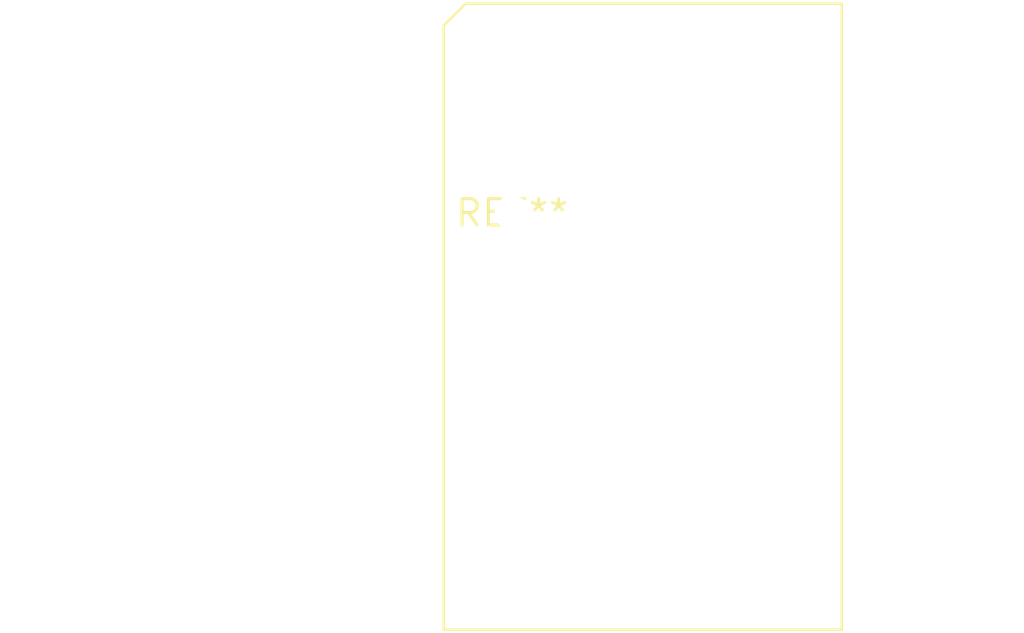
<source format=kicad_pcb>
(kicad_pcb (version 20240108) (generator pcbnew)
  (layers (0 "F.Cu" signal) (31 "B.Cu" signal) (34 "B.Paste" user) (35 "F.Paste" user) (36 "B.SilkS" user "B.Silkscreen") (37 "F.SilkS" user "F.Silkscreen") (38 "B.Mask" user) (39 "F.Mask" user) (44 "Edge.Cuts" user))
  (net 0 "")
  (footprint "L_CommonMode_PulseElectronics_PH9455x205NL_1" (layer "F.Cu") (at 0 0)
    (property "Reference" "REF**")
    (property "Value" "L_CommonMode_PulseElectronics_PH9455x205NL_1")
    (fp_line (start -3.3 -9.05) (end -3.3 20.1) (layer "F.SilkS") (stroke (width 0.12)))
    (fp_line (start -3.3 20.1) (end 15.9 20.1) (layer "F.SilkS") (stroke (width 0.12)))
    (fp_line (start -2.25 -10.1) (end -3.3 -9.05) (layer "F.SilkS") (stroke (width 0.12)))
    (fp_line (start 15.9 -10.1) (end -2.25 -10.1) (layer "F.SilkS") (stroke (width 0.12)))
    (fp_line (start 15.9 20.1) (end 15.9 -10.1) (layer "F.SilkS") (stroke (width 0.12)))
    (pad "1" thru_hole rect (at 0 0) (size 3.2 3.2) (drill 1.7) (layers *.Cu *.Mask) (remove_unused_layers))
    (pad "2" thru_hole circle (at 0 10) (size 3.2 3.2) (drill 1.7) (layers *.Cu *.Mask) (remove_unused_layers))
    (pad "3" thru_hole circle (at 12.6 10) (size 3.2 3.2) (drill 1.7) (layers *.Cu *.Mask) (remove_unused_layers))
    (pad "4" thru_hole circle (at 12.6 0) (size 3.2 3.2) (drill 1.7) (layers *.Cu *.Mask) (remove_unused_layers))
  )
)
</source>
